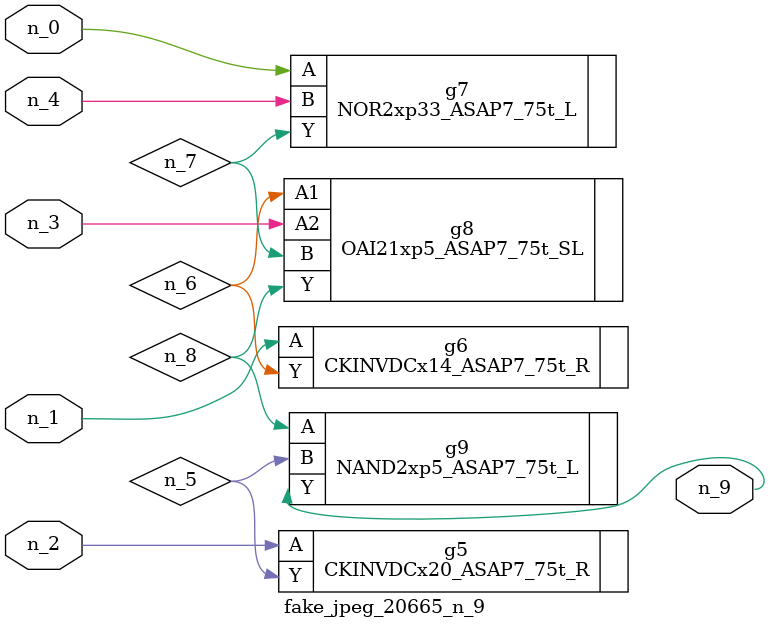
<source format=v>
module fake_jpeg_20665_n_9 (n_3, n_2, n_1, n_0, n_4, n_9);

input n_3;
input n_2;
input n_1;
input n_0;
input n_4;

output n_9;

wire n_8;
wire n_6;
wire n_5;
wire n_7;

CKINVDCx20_ASAP7_75t_R g5 ( 
.A(n_2),
.Y(n_5)
);

CKINVDCx14_ASAP7_75t_R g6 ( 
.A(n_1),
.Y(n_6)
);

NOR2xp33_ASAP7_75t_L g7 ( 
.A(n_0),
.B(n_4),
.Y(n_7)
);

OAI21xp5_ASAP7_75t_SL g8 ( 
.A1(n_6),
.A2(n_3),
.B(n_7),
.Y(n_8)
);

NAND2xp5_ASAP7_75t_L g9 ( 
.A(n_8),
.B(n_5),
.Y(n_9)
);


endmodule
</source>
